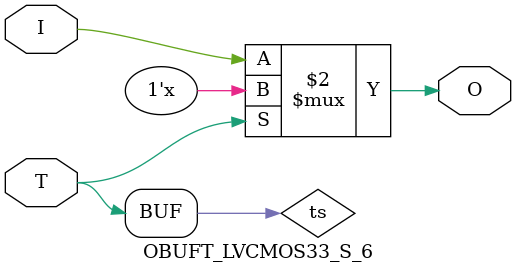
<source format=v>

/*

FUNCTION	: TRI-STATE OUTPUT BUFFER

*/

`celldefine
`timescale  100 ps / 10 ps

module OBUFT_LVCMOS33_S_6 (O, I, T);

    output O;

    input  I, T;

    or O1 (ts, 1'b0, T);
    bufif0 T1 (O, I, ts);

endmodule

</source>
